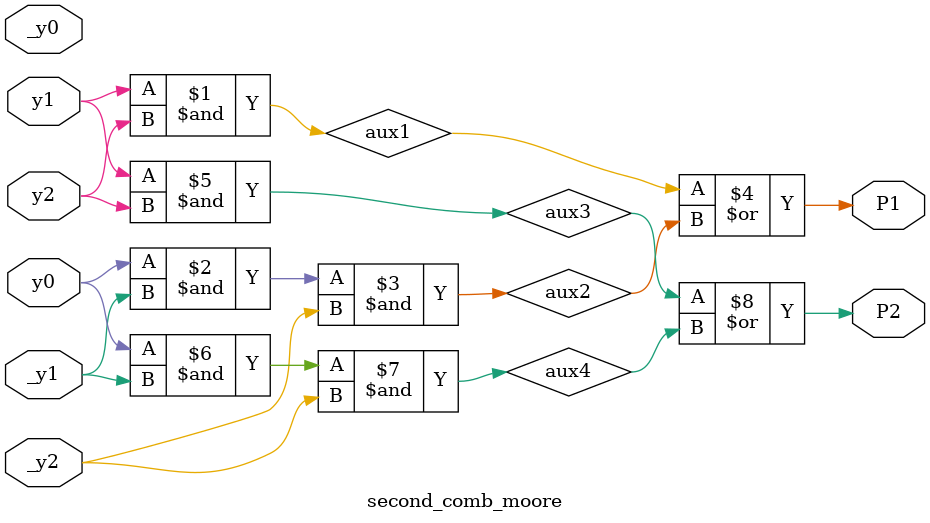
<source format=v>


module first_comb_moore(
    I,_I,
    S,_S,
    y0, _y0,
    y1, _y1,
    y2, _y2,
    next_y0,
    next_y1,
    next_y2
);

//=============Input Ports=============================
    input   I,_I,S,_S,y0, _y0, y1, _y1, y2, _y2;
//=============Output Ports============================
    output  next_y0,next_y1,next_y2;
//=============Input ports Data Type===================
    wire    I,_I,S,_S,y0, _y0, y1, _y1, y2, _y2;
//=============Output Ports Data Type==================
    wire   next_y0,next_y1,next_y2;
//=============Aux wires===============================
    wire aux1;
    wire aux2;
    wire aux3;
    wire aux4;
    wire aux5;
    wire aux6;
    wire aux7;
    wire aux8;
    wire aux9;
    wire aux10;
    wire aux11;
    wire aux12;
    wire aux13;
    wire aux14;


//*************Calculate next_y0***********************
    and (aux1,_I,S);
    and (aux2,y0,_I);
    and (aux3,y0,S);
    and (aux4,y2,I,_S);
    and (aux5,_y0,y1,_y2);
    or (next_y0, aux1, aux2, aux3, aux4, aux5);

//*************Calculate next_y1***********************
    and (aux6,_y0,_I,_S);
    and (aux7,y2,I,_S);
    and (aux8,_y0,y1,_y2);
    and (aux9,y0,I,S);
    and (aux10,y0,_y1,y2);
    or (next_y1, aux6, aux7, aux8, aux9, aux10);

//*************Calculate next_y2***********************
    and (aux11,_y0,y2,_S);
    and (aux12,_y0,_y1,_I,_S);
    and (aux13,_y0,_y1,I,S);
    and (aux14,y1,y2,I,S);
    or (next_y2, aux11, aux12, aux13, aux14);

endmodule


//Combinational logic after flip flop for moore implementation
//INPUTS: current state (y0, y1,y2)
//OUTPUT: FSM output(P1,P2)
//in addition, every input has is not counterpart 
module second_comb_moore(
    y0, _y0,
    y1, _y1,
    y2, _y2,
    P1,P2
);

//=============Input Ports=============================
    input   y0, _y0, y1, _y1, y2, _y2;
//=============Output Ports============================
    output  P1,P2;
//=============Input ports Data Type===================
    wire    y0, _y0, y1, _y1, y2, _y2;
//=============Output Ports Data Type==================
    wire    P1,P2;
//=============Aux wires===============================
    wire aux1;
    wire aux2;
    wire aux3;
    wire aux4;


//*************Calculate P1****************************
    and (aux1,y1,y2);
    and (aux2,y0,_y1,_y2);
    or (P1, aux1, aux2);

//*************Calculate P2****************************
    and (aux3,y1,y2);
    and (aux4,y0,_y1,_y2);
    or(P2, aux3, aux4);

endmodule 
</source>
